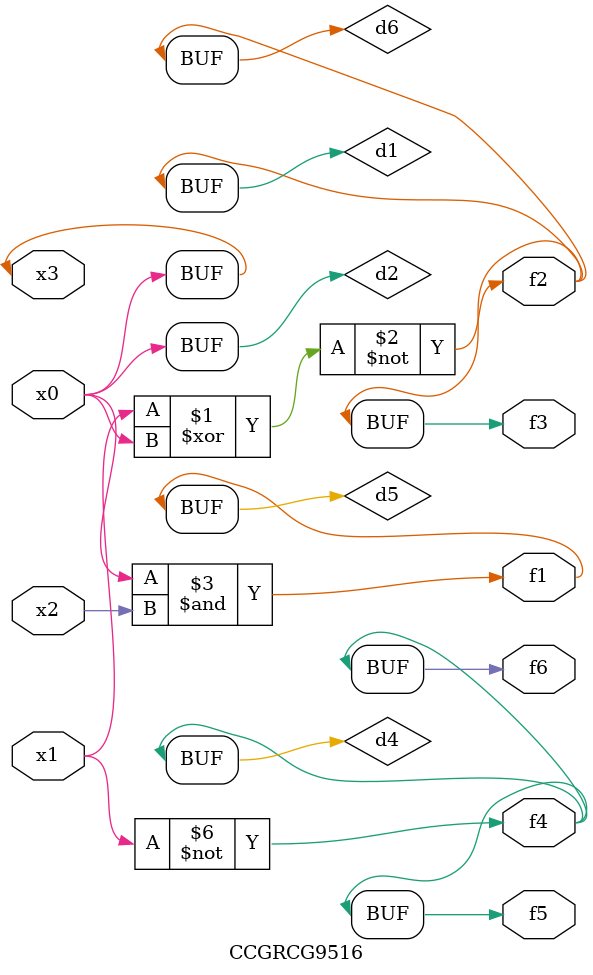
<source format=v>
module CCGRCG9516(
	input x0, x1, x2, x3,
	output f1, f2, f3, f4, f5, f6
);

	wire d1, d2, d3, d4, d5, d6;

	xnor (d1, x1, x3);
	buf (d2, x0, x3);
	nand (d3, x0, x2);
	not (d4, x1);
	nand (d5, d3);
	or (d6, d1);
	assign f1 = d5;
	assign f2 = d6;
	assign f3 = d6;
	assign f4 = d4;
	assign f5 = d4;
	assign f6 = d4;
endmodule

</source>
